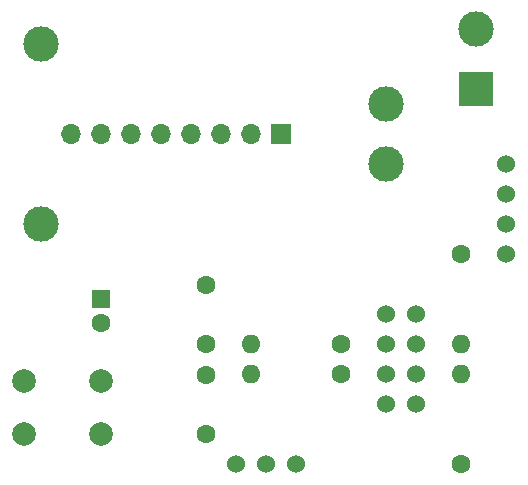
<source format=gbr>
%TF.GenerationSoftware,KiCad,Pcbnew,(5.1.7)-1*%
%TF.CreationDate,2020-12-05T12:34:16+01:00*%
%TF.ProjectId,WiFi-RC-Switch-Bridge_Outlet,57694669-2d52-4432-9d53-77697463682d,rev?*%
%TF.SameCoordinates,Original*%
%TF.FileFunction,Soldermask,Bot*%
%TF.FilePolarity,Negative*%
%FSLAX46Y46*%
G04 Gerber Fmt 4.6, Leading zero omitted, Abs format (unit mm)*
G04 Created by KiCad (PCBNEW (5.1.7)-1) date 2020-12-05 12:34:16*
%MOMM*%
%LPD*%
G01*
G04 APERTURE LIST*
%ADD10R,1.600000X1.600000*%
%ADD11C,1.600000*%
%ADD12R,3.000000X3.000000*%
%ADD13C,3.000000*%
%ADD14R,1.700000X1.700000*%
%ADD15O,1.700000X1.700000*%
%ADD16O,1.600000X1.600000*%
%ADD17C,2.000000*%
%ADD18C,1.524000*%
G04 APERTURE END LIST*
D10*
%TO.C,C1*%
X123190000Y-119380000D03*
D11*
X123190000Y-121380000D03*
%TD*%
%TO.C,C2*%
X132080000Y-123190000D03*
X132080000Y-118190000D03*
%TD*%
%TO.C,C3*%
X132080000Y-125810000D03*
X132080000Y-130810000D03*
%TD*%
D12*
%TO.C,J1*%
X154940000Y-101600000D03*
D13*
X154940000Y-96520000D03*
%TD*%
D14*
%TO.C,J2*%
X138430000Y-105410000D03*
D15*
X135890000Y-105410000D03*
X133350000Y-105410000D03*
X130810000Y-105410000D03*
X128270000Y-105410000D03*
X125730000Y-105410000D03*
X123190000Y-105410000D03*
X120650000Y-105410000D03*
%TD*%
D13*
%TO.C,PSU1*%
X147320000Y-107950000D03*
X147320000Y-102870000D03*
X118110000Y-113030000D03*
X118110000Y-97790000D03*
%TD*%
D11*
%TO.C,R1*%
X143510000Y-123190000D03*
D16*
X135890000Y-123190000D03*
%TD*%
%TO.C,R2*%
X135890000Y-125730000D03*
D11*
X143510000Y-125730000D03*
%TD*%
%TO.C,R3*%
X153670000Y-115570000D03*
D16*
X153670000Y-123190000D03*
%TD*%
%TO.C,R4*%
X153670000Y-125730000D03*
D11*
X153670000Y-133350000D03*
%TD*%
D17*
%TO.C,SW1*%
X123190000Y-126310000D03*
X123190000Y-130810000D03*
X116690000Y-126310000D03*
X116690000Y-130810000D03*
%TD*%
D18*
%TO.C,U1*%
X149860000Y-123190000D03*
X149860000Y-125730000D03*
X149860000Y-120650000D03*
X149860000Y-128270000D03*
X147320000Y-128270000D03*
X147320000Y-125730000D03*
X147320000Y-123190000D03*
X147320000Y-120650000D03*
%TD*%
%TO.C,U2*%
X137160000Y-133350000D03*
X139700000Y-133350000D03*
X134620000Y-133350000D03*
%TD*%
%TO.C,U3*%
X157480000Y-107950000D03*
X157480000Y-110490000D03*
X157480000Y-113030000D03*
X157480000Y-115570000D03*
%TD*%
M02*

</source>
